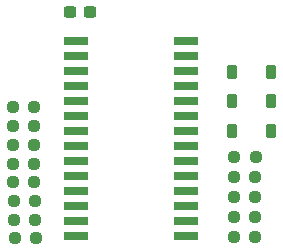
<source format=gbp>
G04 #@! TF.GenerationSoftware,KiCad,Pcbnew,8.0.2*
G04 #@! TF.CreationDate,2024-10-15T19:39:21+09:00*
G04 #@! TF.ProjectId,frontPanel,66726f6e-7450-4616-9e65-6c2e6b696361,rev?*
G04 #@! TF.SameCoordinates,Original*
G04 #@! TF.FileFunction,Paste,Bot*
G04 #@! TF.FilePolarity,Positive*
%FSLAX46Y46*%
G04 Gerber Fmt 4.6, Leading zero omitted, Abs format (unit mm)*
G04 Created by KiCad (PCBNEW 8.0.2) date 2024-10-15 19:39:21*
%MOMM*%
%LPD*%
G01*
G04 APERTURE LIST*
G04 Aperture macros list*
%AMRoundRect*
0 Rectangle with rounded corners*
0 $1 Rounding radius*
0 $2 $3 $4 $5 $6 $7 $8 $9 X,Y pos of 4 corners*
0 Add a 4 corners polygon primitive as box body*
4,1,4,$2,$3,$4,$5,$6,$7,$8,$9,$2,$3,0*
0 Add four circle primitives for the rounded corners*
1,1,$1+$1,$2,$3*
1,1,$1+$1,$4,$5*
1,1,$1+$1,$6,$7*
1,1,$1+$1,$8,$9*
0 Add four rect primitives between the rounded corners*
20,1,$1+$1,$2,$3,$4,$5,0*
20,1,$1+$1,$4,$5,$6,$7,0*
20,1,$1+$1,$6,$7,$8,$9,0*
20,1,$1+$1,$8,$9,$2,$3,0*%
G04 Aperture macros list end*
%ADD10RoundRect,0.237500X-0.250000X-0.237500X0.250000X-0.237500X0.250000X0.237500X-0.250000X0.237500X0*%
%ADD11RoundRect,0.237500X0.250000X0.237500X-0.250000X0.237500X-0.250000X-0.237500X0.250000X-0.237500X0*%
%ADD12RoundRect,0.225000X0.225000X0.375000X-0.225000X0.375000X-0.225000X-0.375000X0.225000X-0.375000X0*%
%ADD13R,2.100000X0.650000*%
%ADD14RoundRect,0.237500X-0.300000X-0.237500X0.300000X-0.237500X0.300000X0.237500X-0.300000X0.237500X0*%
G04 APERTURE END LIST*
D10*
X103987500Y-48400000D03*
X105812500Y-48400000D03*
D11*
X87075000Y-47305000D03*
X85250000Y-47305000D03*
D10*
X103987500Y-50100000D03*
X105812500Y-50100000D03*
D11*
X87250000Y-53605000D03*
X85425000Y-53605000D03*
D12*
X107162500Y-44500000D03*
X103862500Y-44500000D03*
D11*
X87162500Y-50405000D03*
X85337500Y-50405000D03*
D13*
X99900000Y-36850000D03*
X99900000Y-38120000D03*
X99900000Y-39390000D03*
X99900000Y-40660000D03*
X99900000Y-41930000D03*
X99900000Y-43200000D03*
X99900000Y-44470000D03*
X99900000Y-45740000D03*
X99900000Y-47010000D03*
X99900000Y-48280000D03*
X99900000Y-49550000D03*
X99900000Y-50820000D03*
X99900000Y-52090000D03*
X99900000Y-53360000D03*
X90600000Y-53360000D03*
X90600000Y-52090000D03*
X90600000Y-50820000D03*
X90600000Y-49550000D03*
X90600000Y-48280000D03*
X90600000Y-47010000D03*
X90600000Y-45740000D03*
X90600000Y-44470000D03*
X90600000Y-43200000D03*
X90600000Y-41930000D03*
X90600000Y-40660000D03*
X90600000Y-39390000D03*
X90600000Y-38120000D03*
X90600000Y-36850000D03*
D11*
X87075000Y-45705000D03*
X85250000Y-45705000D03*
D14*
X90075000Y-34400000D03*
X91800000Y-34400000D03*
D11*
X87087500Y-42495000D03*
X85262500Y-42495000D03*
D10*
X103987500Y-53500000D03*
X105812500Y-53500000D03*
D11*
X87087500Y-44105000D03*
X85262500Y-44105000D03*
D12*
X107162500Y-42000000D03*
X103862500Y-42000000D03*
D11*
X87087500Y-48805000D03*
X85262500Y-48805000D03*
D12*
X107162500Y-39500000D03*
X103862500Y-39500000D03*
D10*
X103987500Y-51800000D03*
X105812500Y-51800000D03*
X104000000Y-46700000D03*
X105825000Y-46700000D03*
D11*
X87175000Y-52005000D03*
X85350000Y-52005000D03*
M02*

</source>
